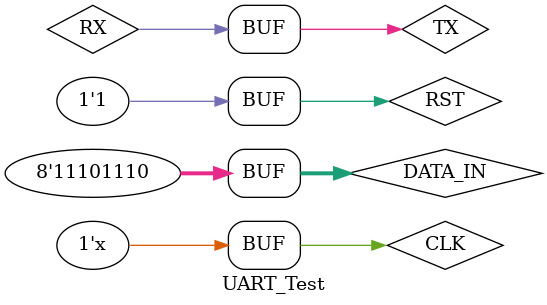
<source format=v>
`timescale 1ns / 1ps


module UART_Test;

	// Inputs
	reg CLK;
	reg RST;
	reg RX;
	reg [7:0] DATA_IN;

	// Outputs
	wire [7:0] DATA_OUT;
	wire TX;

	// Instantiate the Unit Under Test (UUT)
	UART uut (
		.CLK(CLK), 
		.RST(RST), 
		.RX(RX), 
		.DATA_IN(DATA_IN), 
		.DATA_OUT(DATA_OUT), 
		.TX(TX)
	);

	initial begin
		// Initialize Inputs
		CLK = 1;
		RST = 1;
		RX=TX ;
		DATA_IN = 8'b11101110;

		// Wait 100 ns for global reset to finish
		#100;
        
		// Add stimulus here

	end
	always begin
		#41.667 CLK =~ CLK;
      end
endmodule


</source>
